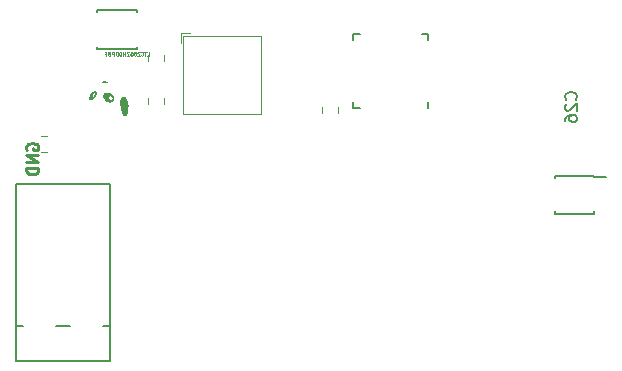
<source format=gbr>
G04 #@! TF.GenerationSoftware,KiCad,Pcbnew,5.1.2-f72e74a~84~ubuntu18.04.1*
G04 #@! TF.CreationDate,2019-09-03T03:08:37+02:00*
G04 #@! TF.ProjectId,board,626f6172-642e-46b6-9963-61645f706362,rev?*
G04 #@! TF.SameCoordinates,Original*
G04 #@! TF.FileFunction,Legend,Bot*
G04 #@! TF.FilePolarity,Positive*
%FSLAX46Y46*%
G04 Gerber Fmt 4.6, Leading zero omitted, Abs format (unit mm)*
G04 Created by KiCad (PCBNEW 5.1.2-f72e74a~84~ubuntu18.04.1) date 2019-09-03 03:08:37*
%MOMM*%
%LPD*%
G04 APERTURE LIST*
%ADD10C,0.250000*%
%ADD11C,0.060000*%
%ADD12C,0.010000*%
%ADD13C,0.120000*%
%ADD14C,0.150000*%
%ADD15C,0.152400*%
%ADD16C,0.050000*%
G04 APERTURE END LIST*
D10*
X101100000Y-116078095D02*
X101052380Y-115982857D01*
X101052380Y-115840000D01*
X101100000Y-115697142D01*
X101195238Y-115601904D01*
X101290476Y-115554285D01*
X101480952Y-115506666D01*
X101623809Y-115506666D01*
X101814285Y-115554285D01*
X101909523Y-115601904D01*
X102004761Y-115697142D01*
X102052380Y-115840000D01*
X102052380Y-115935238D01*
X102004761Y-116078095D01*
X101957142Y-116125714D01*
X101623809Y-116125714D01*
X101623809Y-115935238D01*
X102052380Y-116554285D02*
X101052380Y-116554285D01*
X102052380Y-117125714D01*
X101052380Y-117125714D01*
X102052380Y-117601904D02*
X101052380Y-117601904D01*
X101052380Y-117840000D01*
X101100000Y-117982857D01*
X101195238Y-118078095D01*
X101290476Y-118125714D01*
X101480952Y-118173333D01*
X101623809Y-118173333D01*
X101814285Y-118125714D01*
X101909523Y-118078095D01*
X102004761Y-117982857D01*
X102052380Y-117840000D01*
X102052380Y-117601904D01*
D11*
G36*
X107824692Y-110368170D02*
G01*
X107828884Y-110362762D01*
X107829842Y-110354566D01*
X107825424Y-110349146D01*
X107813375Y-110341290D01*
X107795655Y-110331907D01*
X107774225Y-110321910D01*
X107751046Y-110312209D01*
X107728078Y-110303716D01*
X107707282Y-110297341D01*
X107705917Y-110296987D01*
X107662856Y-110289514D01*
X107614361Y-110287140D01*
X107563785Y-110289862D01*
X107517500Y-110297035D01*
X107490200Y-110302814D01*
X107471309Y-110307027D01*
X107459286Y-110310160D01*
X107452588Y-110312698D01*
X107449673Y-110315124D01*
X107448999Y-110317924D01*
X107448997Y-110318567D01*
X107450026Y-110326273D01*
X107453898Y-110330916D01*
X107462140Y-110332631D01*
X107476276Y-110331551D01*
X107497832Y-110327810D01*
X107514960Y-110324343D01*
X107573922Y-110314891D01*
X107627388Y-110312559D01*
X107677312Y-110317558D01*
X107725646Y-110330099D01*
X107774342Y-110350391D01*
X107779221Y-110352812D01*
X107801207Y-110363242D01*
X107815915Y-110368346D01*
X107824692Y-110368170D01*
X107824692Y-110368170D01*
G37*
X107824692Y-110368170D02*
X107828884Y-110362762D01*
X107829842Y-110354566D01*
X107825424Y-110349146D01*
X107813375Y-110341290D01*
X107795655Y-110331907D01*
X107774225Y-110321910D01*
X107751046Y-110312209D01*
X107728078Y-110303716D01*
X107707282Y-110297341D01*
X107705917Y-110296987D01*
X107662856Y-110289514D01*
X107614361Y-110287140D01*
X107563785Y-110289862D01*
X107517500Y-110297035D01*
X107490200Y-110302814D01*
X107471309Y-110307027D01*
X107459286Y-110310160D01*
X107452588Y-110312698D01*
X107449673Y-110315124D01*
X107448999Y-110317924D01*
X107448997Y-110318567D01*
X107450026Y-110326273D01*
X107453898Y-110330916D01*
X107462140Y-110332631D01*
X107476276Y-110331551D01*
X107497832Y-110327810D01*
X107514960Y-110324343D01*
X107573922Y-110314891D01*
X107627388Y-110312559D01*
X107677312Y-110317558D01*
X107725646Y-110330099D01*
X107774342Y-110350391D01*
X107779221Y-110352812D01*
X107801207Y-110363242D01*
X107815915Y-110368346D01*
X107824692Y-110368170D01*
D12*
G36*
X106493665Y-111807600D02*
G01*
X106511199Y-111805185D01*
X106527879Y-111799924D01*
X106546678Y-111791596D01*
X106596544Y-111763190D01*
X106646028Y-111725974D01*
X106694186Y-111681287D01*
X106740077Y-111630464D01*
X106782757Y-111574842D01*
X106821285Y-111515756D01*
X106854717Y-111454544D01*
X106882112Y-111392541D01*
X106902526Y-111331083D01*
X106915018Y-111271508D01*
X106915381Y-111268871D01*
X106918149Y-111225804D01*
X106914456Y-111187743D01*
X106904593Y-111155573D01*
X106888853Y-111130178D01*
X106867525Y-111112444D01*
X106863187Y-111110168D01*
X106835219Y-111101682D01*
X106803409Y-111100419D01*
X106771189Y-111106512D01*
X106770740Y-111106654D01*
X106727203Y-111124943D01*
X106682270Y-111152158D01*
X106636881Y-111187335D01*
X106591976Y-111229513D01*
X106548495Y-111277728D01*
X106507378Y-111331018D01*
X106469565Y-111388421D01*
X106435996Y-111448974D01*
X106435540Y-111449881D01*
X106410181Y-111504155D01*
X106401711Y-111526426D01*
X106555284Y-111526426D01*
X106555543Y-111498685D01*
X106558121Y-111470689D01*
X106562567Y-111447298D01*
X106572407Y-111417135D01*
X106586999Y-111382844D01*
X106604535Y-111348056D01*
X106623208Y-111316404D01*
X106638382Y-111294978D01*
X106669895Y-111259194D01*
X106701152Y-111231105D01*
X106731506Y-111211000D01*
X106760309Y-111199166D01*
X106786913Y-111195891D01*
X106810670Y-111201462D01*
X106826133Y-111211534D01*
X106840767Y-111228001D01*
X106850019Y-111247997D01*
X106854606Y-111273687D01*
X106855402Y-111299684D01*
X106851584Y-111338915D01*
X106841587Y-111379233D01*
X106826265Y-111419549D01*
X106806466Y-111458772D01*
X106783042Y-111495812D01*
X106756844Y-111529579D01*
X106728723Y-111558982D01*
X106699529Y-111582931D01*
X106670113Y-111600336D01*
X106641326Y-111610106D01*
X106614019Y-111611151D01*
X106612521Y-111610925D01*
X106590226Y-111602390D01*
X106571870Y-111585571D01*
X106561805Y-111568314D01*
X106557365Y-111550705D01*
X106555284Y-111526426D01*
X106401711Y-111526426D01*
X106391505Y-111553258D01*
X106378956Y-111599150D01*
X106371980Y-111643791D01*
X106370024Y-111681180D01*
X106370147Y-111706266D01*
X106371356Y-111724220D01*
X106374108Y-111738050D01*
X106378861Y-111750765D01*
X106381443Y-111756249D01*
X106392212Y-111773579D01*
X106405671Y-111789267D01*
X106411471Y-111794349D01*
X106421774Y-111801392D01*
X106431873Y-111805548D01*
X106444939Y-111807557D01*
X106464145Y-111808162D01*
X106470641Y-111808180D01*
X106493665Y-111807600D01*
X106493665Y-111807600D01*
G37*
X106493665Y-111807600D02*
X106511199Y-111805185D01*
X106527879Y-111799924D01*
X106546678Y-111791596D01*
X106596544Y-111763190D01*
X106646028Y-111725974D01*
X106694186Y-111681287D01*
X106740077Y-111630464D01*
X106782757Y-111574842D01*
X106821285Y-111515756D01*
X106854717Y-111454544D01*
X106882112Y-111392541D01*
X106902526Y-111331083D01*
X106915018Y-111271508D01*
X106915381Y-111268871D01*
X106918149Y-111225804D01*
X106914456Y-111187743D01*
X106904593Y-111155573D01*
X106888853Y-111130178D01*
X106867525Y-111112444D01*
X106863187Y-111110168D01*
X106835219Y-111101682D01*
X106803409Y-111100419D01*
X106771189Y-111106512D01*
X106770740Y-111106654D01*
X106727203Y-111124943D01*
X106682270Y-111152158D01*
X106636881Y-111187335D01*
X106591976Y-111229513D01*
X106548495Y-111277728D01*
X106507378Y-111331018D01*
X106469565Y-111388421D01*
X106435996Y-111448974D01*
X106435540Y-111449881D01*
X106410181Y-111504155D01*
X106401711Y-111526426D01*
X106555284Y-111526426D01*
X106555543Y-111498685D01*
X106558121Y-111470689D01*
X106562567Y-111447298D01*
X106572407Y-111417135D01*
X106586999Y-111382844D01*
X106604535Y-111348056D01*
X106623208Y-111316404D01*
X106638382Y-111294978D01*
X106669895Y-111259194D01*
X106701152Y-111231105D01*
X106731506Y-111211000D01*
X106760309Y-111199166D01*
X106786913Y-111195891D01*
X106810670Y-111201462D01*
X106826133Y-111211534D01*
X106840767Y-111228001D01*
X106850019Y-111247997D01*
X106854606Y-111273687D01*
X106855402Y-111299684D01*
X106851584Y-111338915D01*
X106841587Y-111379233D01*
X106826265Y-111419549D01*
X106806466Y-111458772D01*
X106783042Y-111495812D01*
X106756844Y-111529579D01*
X106728723Y-111558982D01*
X106699529Y-111582931D01*
X106670113Y-111600336D01*
X106641326Y-111610106D01*
X106614019Y-111611151D01*
X106612521Y-111610925D01*
X106590226Y-111602390D01*
X106571870Y-111585571D01*
X106561805Y-111568314D01*
X106557365Y-111550705D01*
X106555284Y-111526426D01*
X106401711Y-111526426D01*
X106391505Y-111553258D01*
X106378956Y-111599150D01*
X106371980Y-111643791D01*
X106370024Y-111681180D01*
X106370147Y-111706266D01*
X106371356Y-111724220D01*
X106374108Y-111738050D01*
X106378861Y-111750765D01*
X106381443Y-111756249D01*
X106392212Y-111773579D01*
X106405671Y-111789267D01*
X106411471Y-111794349D01*
X106421774Y-111801392D01*
X106431873Y-111805548D01*
X106444939Y-111807557D01*
X106464145Y-111808162D01*
X106470641Y-111808180D01*
X106493665Y-111807600D01*
G36*
X108118423Y-111998223D02*
G01*
X108156263Y-111994934D01*
X108176759Y-111991103D01*
X108228390Y-111974126D01*
X108273060Y-111950346D01*
X108310646Y-111920473D01*
X108341024Y-111885219D01*
X108364071Y-111845297D01*
X108379661Y-111801417D01*
X108387672Y-111754292D01*
X108387980Y-111704634D01*
X108380461Y-111653154D01*
X108364990Y-111600564D01*
X108341445Y-111547576D01*
X108309701Y-111494901D01*
X108271669Y-111445602D01*
X108222024Y-111394494D01*
X108167034Y-111349745D01*
X108107863Y-111311858D01*
X108045678Y-111281334D01*
X107981645Y-111258675D01*
X107916929Y-111244383D01*
X107852695Y-111238959D01*
X107798218Y-111241831D01*
X107743393Y-111252893D01*
X107694297Y-111271964D01*
X107651371Y-111298852D01*
X107632887Y-111314667D01*
X107601140Y-111348564D01*
X107578000Y-111383038D01*
X107562118Y-111420680D01*
X107552141Y-111464084D01*
X107550986Y-111471855D01*
X107548426Y-111526245D01*
X107555286Y-111581309D01*
X107570934Y-111636248D01*
X107584275Y-111666525D01*
X107949164Y-111666525D01*
X107951545Y-111644888D01*
X107964506Y-111600696D01*
X107985689Y-111561343D01*
X108014198Y-111527878D01*
X108049137Y-111501347D01*
X108089610Y-111482796D01*
X108090453Y-111482519D01*
X108110411Y-111478540D01*
X108137461Y-111476848D01*
X108155684Y-111477024D01*
X108179938Y-111478429D01*
X108198324Y-111481366D01*
X108215122Y-111486824D01*
X108232690Y-111494845D01*
X108269679Y-111518212D01*
X108300282Y-111548052D01*
X108323754Y-111582952D01*
X108339349Y-111621496D01*
X108346322Y-111662272D01*
X108343925Y-111703866D01*
X108343670Y-111705278D01*
X108330966Y-111747176D01*
X108309644Y-111785562D01*
X108280985Y-111818785D01*
X108246270Y-111845194D01*
X108227445Y-111855142D01*
X108197518Y-111864650D01*
X108162396Y-111869214D01*
X108125790Y-111868775D01*
X108091413Y-111863276D01*
X108073531Y-111857574D01*
X108038383Y-111838514D01*
X108007691Y-111812056D01*
X107982440Y-111779913D01*
X107963613Y-111743801D01*
X107952193Y-111705433D01*
X107949164Y-111666525D01*
X107584275Y-111666525D01*
X107594736Y-111690264D01*
X107626061Y-111742559D01*
X107664274Y-111792334D01*
X107708745Y-111838793D01*
X107758840Y-111881136D01*
X107813926Y-111918566D01*
X107873370Y-111950284D01*
X107936541Y-111975493D01*
X107954886Y-111981299D01*
X107991263Y-111989762D01*
X108032757Y-111995497D01*
X108076199Y-111998364D01*
X108118423Y-111998223D01*
X108118423Y-111998223D01*
G37*
X108118423Y-111998223D02*
X108156263Y-111994934D01*
X108176759Y-111991103D01*
X108228390Y-111974126D01*
X108273060Y-111950346D01*
X108310646Y-111920473D01*
X108341024Y-111885219D01*
X108364071Y-111845297D01*
X108379661Y-111801417D01*
X108387672Y-111754292D01*
X108387980Y-111704634D01*
X108380461Y-111653154D01*
X108364990Y-111600564D01*
X108341445Y-111547576D01*
X108309701Y-111494901D01*
X108271669Y-111445602D01*
X108222024Y-111394494D01*
X108167034Y-111349745D01*
X108107863Y-111311858D01*
X108045678Y-111281334D01*
X107981645Y-111258675D01*
X107916929Y-111244383D01*
X107852695Y-111238959D01*
X107798218Y-111241831D01*
X107743393Y-111252893D01*
X107694297Y-111271964D01*
X107651371Y-111298852D01*
X107632887Y-111314667D01*
X107601140Y-111348564D01*
X107578000Y-111383038D01*
X107562118Y-111420680D01*
X107552141Y-111464084D01*
X107550986Y-111471855D01*
X107548426Y-111526245D01*
X107555286Y-111581309D01*
X107570934Y-111636248D01*
X107584275Y-111666525D01*
X107949164Y-111666525D01*
X107951545Y-111644888D01*
X107964506Y-111600696D01*
X107985689Y-111561343D01*
X108014198Y-111527878D01*
X108049137Y-111501347D01*
X108089610Y-111482796D01*
X108090453Y-111482519D01*
X108110411Y-111478540D01*
X108137461Y-111476848D01*
X108155684Y-111477024D01*
X108179938Y-111478429D01*
X108198324Y-111481366D01*
X108215122Y-111486824D01*
X108232690Y-111494845D01*
X108269679Y-111518212D01*
X108300282Y-111548052D01*
X108323754Y-111582952D01*
X108339349Y-111621496D01*
X108346322Y-111662272D01*
X108343925Y-111703866D01*
X108343670Y-111705278D01*
X108330966Y-111747176D01*
X108309644Y-111785562D01*
X108280985Y-111818785D01*
X108246270Y-111845194D01*
X108227445Y-111855142D01*
X108197518Y-111864650D01*
X108162396Y-111869214D01*
X108125790Y-111868775D01*
X108091413Y-111863276D01*
X108073531Y-111857574D01*
X108038383Y-111838514D01*
X108007691Y-111812056D01*
X107982440Y-111779913D01*
X107963613Y-111743801D01*
X107952193Y-111705433D01*
X107949164Y-111666525D01*
X107584275Y-111666525D01*
X107594736Y-111690264D01*
X107626061Y-111742559D01*
X107664274Y-111792334D01*
X107708745Y-111838793D01*
X107758840Y-111881136D01*
X107813926Y-111918566D01*
X107873370Y-111950284D01*
X107936541Y-111975493D01*
X107954886Y-111981299D01*
X107991263Y-111989762D01*
X108032757Y-111995497D01*
X108076199Y-111998364D01*
X108118423Y-111998223D01*
G36*
X109378201Y-113170262D02*
G01*
X109398348Y-113168035D01*
X109415863Y-113164436D01*
X109431188Y-113158692D01*
X109444766Y-113150029D01*
X109457039Y-113137676D01*
X109468450Y-113120860D01*
X109479440Y-113098807D01*
X109490453Y-113070745D01*
X109501931Y-113035901D01*
X109514316Y-112993502D01*
X109528050Y-112942775D01*
X109543577Y-112882948D01*
X109544299Y-112880133D01*
X109561506Y-112807526D01*
X109575540Y-112735724D01*
X109586689Y-112662557D01*
X109595238Y-112585850D01*
X109601474Y-112503431D01*
X109605609Y-112415240D01*
X109606717Y-112381595D01*
X109607222Y-112355475D01*
X109606933Y-112334251D01*
X109605658Y-112315297D01*
X109603208Y-112295986D01*
X109599391Y-112273691D01*
X109594016Y-112245783D01*
X109592872Y-112239980D01*
X109576391Y-112161289D01*
X109558865Y-112086594D01*
X109540546Y-112016661D01*
X109521687Y-111952259D01*
X109502541Y-111894155D01*
X109483359Y-111843118D01*
X109464394Y-111799915D01*
X109445900Y-111765314D01*
X109428657Y-111740707D01*
X109417953Y-111727251D01*
X109403677Y-111708283D01*
X109387975Y-111686689D01*
X109377487Y-111671848D01*
X109351986Y-111637725D01*
X109328222Y-111610799D01*
X109306922Y-111591816D01*
X109289823Y-111581894D01*
X109277848Y-111579302D01*
X109260149Y-111577642D01*
X109245639Y-111577288D01*
X109229049Y-111578134D01*
X109213769Y-111580976D01*
X109196746Y-111586697D01*
X109174929Y-111596182D01*
X109165960Y-111600382D01*
X109143192Y-111612106D01*
X109121706Y-111624819D01*
X109104652Y-111636582D01*
X109098199Y-111642045D01*
X109075298Y-111670290D01*
X109055228Y-111708117D01*
X109037972Y-111755580D01*
X109023507Y-111812731D01*
X109014959Y-111858980D01*
X109012442Y-111876236D01*
X109010422Y-111894413D01*
X109008848Y-111914826D01*
X109007672Y-111938792D01*
X109006843Y-111967625D01*
X109006312Y-112002641D01*
X109006029Y-112045156D01*
X109005945Y-112096484D01*
X109005945Y-112097740D01*
X109006068Y-112154222D01*
X109006514Y-112202569D01*
X109007403Y-112244808D01*
X109008857Y-112282963D01*
X109010997Y-112319058D01*
X109013942Y-112355118D01*
X109017814Y-112393167D01*
X109022734Y-112435231D01*
X109028823Y-112483333D01*
X109029068Y-112485222D01*
X109038126Y-112542246D01*
X109050976Y-112604701D01*
X109067031Y-112670699D01*
X109085706Y-112738352D01*
X109106413Y-112805773D01*
X109128565Y-112871073D01*
X109151577Y-112932365D01*
X109174862Y-112987761D01*
X109197832Y-113035374D01*
X109203030Y-113045063D01*
X109230897Y-113089165D01*
X109261983Y-113126483D01*
X109262588Y-113127104D01*
X109285380Y-113148381D01*
X109306068Y-113162098D01*
X109327763Y-113169417D01*
X109353575Y-113171498D01*
X109378201Y-113170262D01*
X109378201Y-113170262D01*
G37*
X109378201Y-113170262D02*
X109398348Y-113168035D01*
X109415863Y-113164436D01*
X109431188Y-113158692D01*
X109444766Y-113150029D01*
X109457039Y-113137676D01*
X109468450Y-113120860D01*
X109479440Y-113098807D01*
X109490453Y-113070745D01*
X109501931Y-113035901D01*
X109514316Y-112993502D01*
X109528050Y-112942775D01*
X109543577Y-112882948D01*
X109544299Y-112880133D01*
X109561506Y-112807526D01*
X109575540Y-112735724D01*
X109586689Y-112662557D01*
X109595238Y-112585850D01*
X109601474Y-112503431D01*
X109605609Y-112415240D01*
X109606717Y-112381595D01*
X109607222Y-112355475D01*
X109606933Y-112334251D01*
X109605658Y-112315297D01*
X109603208Y-112295986D01*
X109599391Y-112273691D01*
X109594016Y-112245783D01*
X109592872Y-112239980D01*
X109576391Y-112161289D01*
X109558865Y-112086594D01*
X109540546Y-112016661D01*
X109521687Y-111952259D01*
X109502541Y-111894155D01*
X109483359Y-111843118D01*
X109464394Y-111799915D01*
X109445900Y-111765314D01*
X109428657Y-111740707D01*
X109417953Y-111727251D01*
X109403677Y-111708283D01*
X109387975Y-111686689D01*
X109377487Y-111671848D01*
X109351986Y-111637725D01*
X109328222Y-111610799D01*
X109306922Y-111591816D01*
X109289823Y-111581894D01*
X109277848Y-111579302D01*
X109260149Y-111577642D01*
X109245639Y-111577288D01*
X109229049Y-111578134D01*
X109213769Y-111580976D01*
X109196746Y-111586697D01*
X109174929Y-111596182D01*
X109165960Y-111600382D01*
X109143192Y-111612106D01*
X109121706Y-111624819D01*
X109104652Y-111636582D01*
X109098199Y-111642045D01*
X109075298Y-111670290D01*
X109055228Y-111708117D01*
X109037972Y-111755580D01*
X109023507Y-111812731D01*
X109014959Y-111858980D01*
X109012442Y-111876236D01*
X109010422Y-111894413D01*
X109008848Y-111914826D01*
X109007672Y-111938792D01*
X109006843Y-111967625D01*
X109006312Y-112002641D01*
X109006029Y-112045156D01*
X109005945Y-112096484D01*
X109005945Y-112097740D01*
X109006068Y-112154222D01*
X109006514Y-112202569D01*
X109007403Y-112244808D01*
X109008857Y-112282963D01*
X109010997Y-112319058D01*
X109013942Y-112355118D01*
X109017814Y-112393167D01*
X109022734Y-112435231D01*
X109028823Y-112483333D01*
X109029068Y-112485222D01*
X109038126Y-112542246D01*
X109050976Y-112604701D01*
X109067031Y-112670699D01*
X109085706Y-112738352D01*
X109106413Y-112805773D01*
X109128565Y-112871073D01*
X109151577Y-112932365D01*
X109174862Y-112987761D01*
X109197832Y-113035374D01*
X109203030Y-113045063D01*
X109230897Y-113089165D01*
X109261983Y-113126483D01*
X109262588Y-113127104D01*
X109285380Y-113148381D01*
X109306068Y-113162098D01*
X109327763Y-113169417D01*
X109353575Y-113171498D01*
X109378201Y-113170262D01*
D13*
X114302000Y-106428000D02*
X114302000Y-113028000D01*
X120902000Y-106428000D02*
X114302000Y-106428000D01*
X120902000Y-113028000D02*
X120902000Y-106428000D01*
X114302000Y-113028000D02*
X120902000Y-113028000D01*
X114102000Y-106228000D02*
X114902000Y-106228000D01*
X114102000Y-107028000D02*
X114102000Y-106228000D01*
D14*
X149072000Y-118388000D02*
X150147000Y-118388000D01*
X149072000Y-121513000D02*
X145822000Y-121513000D01*
X149072000Y-118263000D02*
X145822000Y-118263000D01*
X149072000Y-121513000D02*
X149072000Y-121288000D01*
X145822000Y-121513000D02*
X145822000Y-121288000D01*
X145822000Y-118263000D02*
X145822000Y-118488000D01*
X149072000Y-118263000D02*
X149072000Y-118388000D01*
D15*
X110388400Y-104241600D02*
X110388400Y-104444800D01*
X107035600Y-104241600D02*
X110388400Y-104241600D01*
X107035600Y-107594400D02*
X107035600Y-107391200D01*
X110388400Y-107594400D02*
X107035600Y-107594400D01*
X110388400Y-107391200D02*
X110388400Y-107594400D01*
X107035600Y-104444800D02*
X107035600Y-104241600D01*
D14*
X108140000Y-118992000D02*
X108140000Y-133992000D01*
X100140000Y-118992000D02*
X108140000Y-118992000D01*
X100140000Y-133992000D02*
X100140000Y-118992000D01*
X108140000Y-133992000D02*
X100140000Y-133992000D01*
X100140000Y-130992000D02*
X100740000Y-130992000D01*
X103540000Y-130992000D02*
X104740000Y-130992000D01*
X108140000Y-130992000D02*
X107540000Y-130992000D01*
X135029000Y-106264000D02*
X135029000Y-106789000D01*
X128729000Y-106264000D02*
X128729000Y-106789000D01*
X128729000Y-112564000D02*
X128729000Y-112039000D01*
X135029000Y-112564000D02*
X135029000Y-112039000D01*
X128729000Y-106264000D02*
X129254000Y-106264000D01*
X128729000Y-112564000D02*
X129254000Y-112564000D01*
X135029000Y-106264000D02*
X134504000Y-106264000D01*
D13*
X111304000Y-108541078D02*
X111304000Y-108023922D01*
X112724000Y-108541078D02*
X112724000Y-108023922D01*
X102821478Y-116305400D02*
X102304322Y-116305400D01*
X102821478Y-114885400D02*
X102304322Y-114885400D01*
X126036000Y-112986078D02*
X126036000Y-112468922D01*
X127456000Y-112986078D02*
X127456000Y-112468922D01*
X112724000Y-111676922D02*
X112724000Y-112194078D01*
X111304000Y-111676922D02*
X111304000Y-112194078D01*
D14*
X147551742Y-111830742D02*
X147599361Y-111783123D01*
X147646980Y-111640266D01*
X147646980Y-111545028D01*
X147599361Y-111402171D01*
X147504123Y-111306933D01*
X147408885Y-111259314D01*
X147218409Y-111211695D01*
X147075552Y-111211695D01*
X146885076Y-111259314D01*
X146789838Y-111306933D01*
X146694600Y-111402171D01*
X146646980Y-111545028D01*
X146646980Y-111640266D01*
X146694600Y-111783123D01*
X146742219Y-111830742D01*
X146742219Y-112211695D02*
X146694600Y-112259314D01*
X146646980Y-112354552D01*
X146646980Y-112592647D01*
X146694600Y-112687885D01*
X146742219Y-112735504D01*
X146837457Y-112783123D01*
X146932695Y-112783123D01*
X147075552Y-112735504D01*
X147646980Y-112164076D01*
X147646980Y-112783123D01*
X146646980Y-113640266D02*
X146646980Y-113449790D01*
X146694600Y-113354552D01*
X146742219Y-113306933D01*
X146885076Y-113211695D01*
X147075552Y-113164076D01*
X147456504Y-113164076D01*
X147551742Y-113211695D01*
X147599361Y-113259314D01*
X147646980Y-113354552D01*
X147646980Y-113545028D01*
X147599361Y-113640266D01*
X147551742Y-113687885D01*
X147456504Y-113735504D01*
X147218409Y-113735504D01*
X147123171Y-113687885D01*
X147075552Y-113640266D01*
X147027933Y-113545028D01*
X147027933Y-113354552D01*
X147075552Y-113259314D01*
X147123171Y-113211695D01*
X147218409Y-113164076D01*
D16*
X111275988Y-108112882D02*
X111425969Y-108112882D01*
X111425969Y-107797921D01*
X111215995Y-107797921D02*
X111036018Y-107797921D01*
X111126006Y-108112882D02*
X111126006Y-107797921D01*
X110751053Y-108082886D02*
X110766051Y-108097884D01*
X110811045Y-108112882D01*
X110841042Y-108112882D01*
X110886036Y-108097884D01*
X110916032Y-108067887D01*
X110931031Y-108037891D01*
X110946029Y-107977899D01*
X110946029Y-107932904D01*
X110931031Y-107872912D01*
X110916032Y-107842915D01*
X110886036Y-107812919D01*
X110841042Y-107797921D01*
X110811045Y-107797921D01*
X110766051Y-107812919D01*
X110751053Y-107827917D01*
X110631068Y-107827917D02*
X110616070Y-107812919D01*
X110586073Y-107797921D01*
X110511083Y-107797921D01*
X110481086Y-107812919D01*
X110466088Y-107827917D01*
X110451090Y-107857913D01*
X110451090Y-107887910D01*
X110466088Y-107932904D01*
X110646066Y-108112882D01*
X110451090Y-108112882D01*
X110271112Y-107932904D02*
X110301109Y-107917906D01*
X110316107Y-107902908D01*
X110331105Y-107872912D01*
X110331105Y-107857913D01*
X110316107Y-107827917D01*
X110301109Y-107812919D01*
X110271112Y-107797921D01*
X110211120Y-107797921D01*
X110181123Y-107812919D01*
X110166125Y-107827917D01*
X110151127Y-107857913D01*
X110151127Y-107872912D01*
X110166125Y-107902908D01*
X110181123Y-107917906D01*
X110211120Y-107932904D01*
X110271112Y-107932904D01*
X110301109Y-107947902D01*
X110316107Y-107962900D01*
X110331105Y-107992897D01*
X110331105Y-108052889D01*
X110316107Y-108082886D01*
X110301109Y-108097884D01*
X110271112Y-108112882D01*
X110211120Y-108112882D01*
X110181123Y-108097884D01*
X110166125Y-108082886D01*
X110151127Y-108052889D01*
X110151127Y-107992897D01*
X110166125Y-107962900D01*
X110181123Y-107947902D01*
X110211120Y-107932904D01*
X109866162Y-107797921D02*
X110016144Y-107797921D01*
X110031142Y-107947902D01*
X110016144Y-107932904D01*
X109986148Y-107917906D01*
X109911157Y-107917906D01*
X109881161Y-107932904D01*
X109866162Y-107947902D01*
X109851164Y-107977899D01*
X109851164Y-108052889D01*
X109866162Y-108082886D01*
X109881161Y-108097884D01*
X109911157Y-108112882D01*
X109986148Y-108112882D01*
X110016144Y-108097884D01*
X110031142Y-108082886D01*
X109731179Y-107827917D02*
X109716181Y-107812919D01*
X109686185Y-107797921D01*
X109611194Y-107797921D01*
X109581198Y-107812919D01*
X109566200Y-107827917D01*
X109551201Y-107857913D01*
X109551201Y-107887910D01*
X109566200Y-107932904D01*
X109746177Y-108112882D01*
X109551201Y-108112882D01*
X109416218Y-108112882D02*
X109416218Y-107797921D01*
X109416218Y-107947902D02*
X109236240Y-107947902D01*
X109236240Y-108112882D02*
X109236240Y-107797921D01*
X109086259Y-108112882D02*
X109086259Y-107797921D01*
X109011268Y-107797921D01*
X108966274Y-107812919D01*
X108936278Y-107842915D01*
X108921279Y-107872912D01*
X108906281Y-107932904D01*
X108906281Y-107977899D01*
X108921279Y-108037891D01*
X108936278Y-108067887D01*
X108966274Y-108097884D01*
X109011268Y-108112882D01*
X109086259Y-108112882D01*
X108771298Y-108112882D02*
X108771298Y-107797921D01*
X108696307Y-107797921D01*
X108651313Y-107812919D01*
X108621317Y-107842915D01*
X108606318Y-107872912D01*
X108591320Y-107932904D01*
X108591320Y-107977899D01*
X108606318Y-108037891D01*
X108621317Y-108067887D01*
X108651313Y-108097884D01*
X108696307Y-108112882D01*
X108771298Y-108112882D01*
X108456337Y-108112882D02*
X108456337Y-107797921D01*
X108336352Y-107797921D01*
X108306356Y-107812919D01*
X108291357Y-107827917D01*
X108276359Y-107857913D01*
X108276359Y-107902908D01*
X108291357Y-107932904D01*
X108306356Y-107947902D01*
X108336352Y-107962900D01*
X108456337Y-107962900D01*
X108036389Y-107947902D02*
X107991395Y-107962900D01*
X107976396Y-107977899D01*
X107961398Y-108007895D01*
X107961398Y-108052889D01*
X107976396Y-108082886D01*
X107991395Y-108097884D01*
X108021391Y-108112882D01*
X108141376Y-108112882D01*
X108141376Y-107797921D01*
X108036389Y-107797921D01*
X108006393Y-107812919D01*
X107991395Y-107827917D01*
X107976396Y-107857913D01*
X107976396Y-107887910D01*
X107991395Y-107917906D01*
X108006393Y-107932904D01*
X108036389Y-107947902D01*
X108141376Y-107947902D01*
X107721428Y-107947902D02*
X107826415Y-107947902D01*
X107826415Y-108112882D02*
X107826415Y-107797921D01*
X107676434Y-107797921D01*
M02*

</source>
